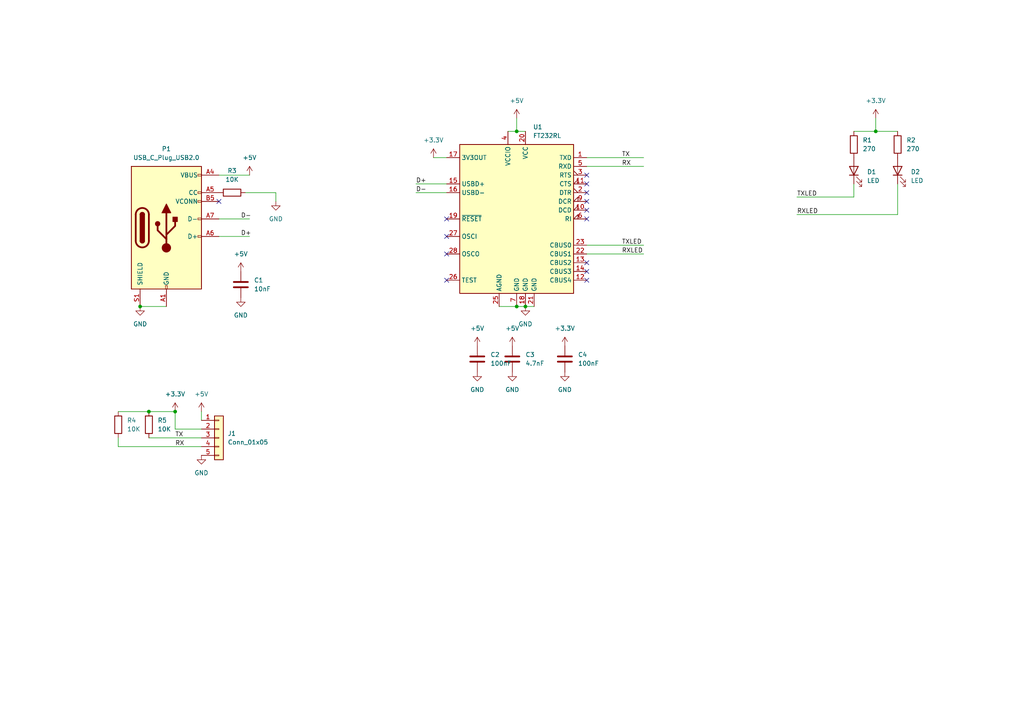
<source format=kicad_sch>
(kicad_sch (version 20230121) (generator eeschema)
  (paper "A4")
  (lib_symbols
    (symbol "Connector:USB_C_Plug_USB2.0" (pin_names (offset 1.016))
      (property "Reference" "P" (at -10.16 19.05 0))
      (property "Value" "USB_C_Plug_USB2.0" (at 12.7 19.05 0))
      (symbol "USB_C_Plug_USB2.0_0_0"
        (rectangle (start -0.254 -17.78) (end 0.254 -16.764))
        (rectangle (start 10.16 -2.286) (end 9.144 -2.794))
        (rectangle (start 10.16 2.794) (end 9.144 2.286))
        (rectangle (start 10.16 7.874) (end 9.144 7.366))
        (rectangle (start 10.16 10.414) (end 9.144 9.906))
        (rectangle (start 10.16 15.494) (end 9.144 14.986))
      )
      (symbol "USB_C_Plug_USB2.0_0_1"
        (rectangle (start -10.16 17.78) (end 10.16 -17.78) (stroke (width 0.254)) (fill (type background)))
        (arc (start -8.89 -3.81) (mid -6.985 -5.7067) (end -5.08 -3.81) (stroke (width 0.508)))
        (arc (start -7.62 -3.81) (mid -6.985 -4.4423) (end -6.35 -3.81) (stroke (width 0.254)))
        (arc (start -7.62 -3.81) (mid -6.985 -4.4423) (end -6.35 -3.81) (stroke (width 0.254)) (fill (type outline)))
        (rectangle (start -7.62 -3.81) (end -6.35 3.81) (stroke (width 0.254)) (fill (type outline)))
        (arc (start -6.35 3.81) (mid -6.985 4.4423) (end -7.62 3.81) (stroke (width 0.254)))
        (arc (start -6.35 3.81) (mid -6.985 4.4423) (end -7.62 3.81) (stroke (width 0.254)) (fill (type outline)))
        (arc (start -5.08 3.81) (mid -6.985 5.7067) (end -8.89 3.81) (stroke (width 0.508)))
        (circle (center -2.54 1.143) (radius 0.635) (stroke (width 0.254)) (fill (type outline)))
        (circle (center 0 -5.842) (radius 1.27) (fill (type outline)))
        (polyline (pts (xy -8.89 -3.81) (xy -8.89 3.81)) (stroke (width 0.508)))
        (polyline (pts (xy -5.08 3.81) (xy -5.08 -3.81)) (stroke (width 0.508)))
        (polyline (pts (xy 0 -5.842) (xy 0 4.318)) (stroke (width 0.508)))
        (polyline (pts (xy 0 -3.302) (xy -2.54 -0.762) (xy -2.54 0.508)) (stroke (width 0.508)))
        (polyline (pts (xy 0 -2.032) (xy 2.54 0.508) (xy 2.54 1.778)) (stroke (width 0.508)))
        (polyline (pts (xy -1.27 4.318) (xy 0 6.858) (xy 1.27 4.318) (xy -1.27 4.318)) (stroke (width 0.254)) (fill (type outline)))
        (rectangle (start 1.905 1.778) (end 3.175 3.048) (stroke (width 0.254)) (fill (type outline)))
      )
      (symbol "USB_C_Plug_USB2.0_1_1"
        (pin passive line (at 0 -22.86 90) (length 5.08) (name "GND") (number "A1"))
        (pin passive line (at 0 -22.86 90) (length 5.08) hide (name "GND") (number "A12"))
        (pin passive line (at 15.24 15.24 180) (length 5.08) (name "VBUS") (number "A4"))
        (pin bidirectional line (at 15.24 10.16 180) (length 5.08) (name "CC") (number "A5"))
        (pin bidirectional line (at 15.24 -2.54 180) (length 5.08) (name "D+") (number "A6"))
        (pin bidirectional line (at 15.24 2.54 180) (length 5.08) (name "D-") (number "A7"))
        (pin passive line (at 15.24 15.24 180) (length 5.08) hide (name "VBUS") (number "A9"))
        (pin passive line (at 0 -22.86 90) (length 5.08) hide (name "GND") (number "B1"))
        (pin passive line (at 0 -22.86 90) (length 5.08) hide (name "GND") (number "B12"))
        (pin passive line (at 15.24 15.24 180) (length 5.08) hide (name "VBUS") (number "B4"))
        (pin bidirectional line (at 15.24 7.62 180) (length 5.08) (name "VCONN") (number "B5"))
        (pin passive line (at 15.24 15.24 180) (length 5.08) hide (name "VBUS") (number "B9"))
        (pin passive line (at -7.62 -22.86 90) (length 5.08) (name "SHIELD") (number "S1"))
      )
    )
    (symbol "Connector_Generic:Conn_01x05" (pin_names (offset 1.016) hide)
      (property "Reference" "J" (at 0 7.62 0))
      (property "Value" "Conn_01x05" (at 0 -7.62 0))
      (symbol "Conn_01x05_1_1"
        (rectangle (start -1.27 -4.953) (end 0 -5.207) (stroke (width 0.1524)))
        (rectangle (start -1.27 -2.413) (end 0 -2.667) (stroke (width 0.1524)))
        (rectangle (start -1.27 0.127) (end 0 -0.127) (stroke (width 0.1524)))
        (rectangle (start -1.27 2.667) (end 0 2.413) (stroke (width 0.1524)))
        (rectangle (start -1.27 5.207) (end 0 4.953) (stroke (width 0.1524)))
        (rectangle (start -1.27 6.35) (end 1.27 -6.35) (stroke (width 0.254)) (fill (type background)))
        (pin passive line (at -5.08 5.08 0) (length 3.81) (name "Pin_1") (number "1"))
        (pin passive line (at -5.08 2.54 0) (length 3.81) (name "Pin_2") (number "2"))
        (pin passive line (at -5.08 0 0) (length 3.81) (name "Pin_3") (number "3"))
        (pin passive line (at -5.08 -2.54 0) (length 3.81) (name "Pin_4") (number "4"))
        (pin passive line (at -5.08 -5.08 0) (length 3.81) (name "Pin_5") (number "5"))
      )
    )
    (symbol "Device:C" (pin_numbers hide) (pin_names (offset 0.254))
      (property "Reference" "C" (at 0.635 2.54 0))
      (property "Value" "C" (at 0.635 -2.54 0))
      (symbol "C_0_1"
        (polyline (pts (xy -2.032 -0.762) (xy 2.032 -0.762)) (stroke (width 0.508)))
        (polyline (pts (xy -2.032 0.762) (xy 2.032 0.762)) (stroke (width 0.508)))
      )
      (symbol "C_1_1"
        (pin passive line (at 0 3.81 270) (length 2.794) (name "~") (number "1"))
        (pin passive line (at 0 -3.81 90) (length 2.794) (name "~") (number "2"))
      )
    )
    (symbol "Device:LED" (pin_numbers hide) (pin_names (offset 1.016) hide)
      (property "Reference" "D" (at 0 2.54 0))
      (property "Value" "LED" (at 0 -2.54 0))
      (symbol "LED_0_1"
        (polyline (pts (xy -1.27 -1.27) (xy -1.27 1.27)) (stroke (width 0.254)))
        (polyline (pts (xy -1.27 0) (xy 1.27 0)))
        (polyline (pts (xy 1.27 -1.27) (xy 1.27 1.27) (xy -1.27 0) (xy 1.27 -1.27)) (stroke (width 0.254)))
        (polyline (pts (xy -3.048 -0.762) (xy -4.572 -2.286) (xy -3.81 -2.286) (xy -4.572 -2.286) (xy -4.572 -1.524)))
        (polyline (pts (xy -1.778 -0.762) (xy -3.302 -2.286) (xy -2.54 -2.286) (xy -3.302 -2.286) (xy -3.302 -1.524)))
      )
      (symbol "LED_1_1"
        (pin passive line (at -3.81 0 0) (length 2.54) (name "K") (number "1"))
        (pin passive line (at 3.81 0 180) (length 2.54) (name "A") (number "2"))
      )
    )
    (symbol "Device:R" (pin_numbers hide) (pin_names (offset 0))
      (property "Reference" "R" (at 2.032 0 90))
      (property "Value" "R" (at 0 0 90))
      (symbol "R_0_1"
        (rectangle (start -1.016 -2.54) (end 1.016 2.54) (stroke (width 0.254)))
      )
      (symbol "R_1_1"
        (pin passive line (at 0 3.81 270) (length 1.27) (name "~") (number "1"))
        (pin passive line (at 0 -3.81 90) (length 1.27) (name "~") (number "2"))
      )
    )
    (symbol "Interface_USB:FT232RL"
      (property "Reference" "U" (at -16.51 22.86 0))
      (property "Value" "FT232RL" (at 10.16 22.86 0))
      (symbol "FT232RL_0_1"
        (rectangle (start -16.51 21.59) (end 16.51 -21.59) (stroke (width 0.254)) (fill (type background)))
      )
      (symbol "FT232RL_1_1"
        (pin output line (at 20.32 17.78 180) (length 3.81) (name "TXD") (number "1"))
        (pin input input_low (at 20.32 2.54 180) (length 3.81) (name "DCD") (number "10"))
        (pin input input_low (at 20.32 10.16 180) (length 3.81) (name "CTS") (number "11"))
        (pin bidirectional line (at 20.32 -17.78 180) (length 3.81) (name "CBUS4") (number "12"))
        (pin bidirectional line (at 20.32 -12.7 180) (length 3.81) (name "CBUS2") (number "13"))
        (pin bidirectional line (at 20.32 -15.24 180) (length 3.81) (name "CBUS3") (number "14"))
        (pin bidirectional line (at -20.32 10.16 0) (length 3.81) (name "USBD+") (number "15"))
        (pin bidirectional line (at -20.32 7.62 0) (length 3.81) (name "USBD-") (number "16"))
        (pin power_out line (at -20.32 17.78 0) (length 3.81) (name "3V3OUT") (number "17"))
        (pin power_in line (at 2.54 -25.4 90) (length 3.81) (name "GND") (number "18"))
        (pin input line (at -20.32 0 0) (length 3.81) (name "~{RESET}") (number "19"))
        (pin output output_low (at 20.32 7.62 180) (length 3.81) (name "DTR") (number "2"))
        (pin power_in line (at 2.54 25.4 270) (length 3.81) (name "VCC") (number "20"))
        (pin power_in line (at 5.08 -25.4 90) (length 3.81) (name "GND") (number "21"))
        (pin bidirectional line (at 20.32 -10.16 180) (length 3.81) (name "CBUS1") (number "22"))
        (pin bidirectional line (at 20.32 -7.62 180) (length 3.81) (name "CBUS0") (number "23"))
        (pin power_in line (at -5.08 -25.4 90) (length 3.81) (name "AGND") (number "25"))
        (pin input line (at -20.32 -17.78 0) (length 3.81) (name "TEST") (number "26"))
        (pin input line (at -20.32 -5.08 0) (length 3.81) (name "OSCI") (number "27"))
        (pin output line (at -20.32 -10.16 0) (length 3.81) (name "OSCO") (number "28"))
        (pin output output_low (at 20.32 12.7 180) (length 3.81) (name "RTS") (number "3"))
        (pin power_in line (at -2.54 25.4 270) (length 3.81) (name "VCCIO") (number "4"))
        (pin input line (at 20.32 15.24 180) (length 3.81) (name "RXD") (number "5"))
        (pin input input_low (at 20.32 0 180) (length 3.81) (name "RI") (number "6"))
        (pin power_in line (at 0 -25.4 90) (length 3.81) (name "GND") (number "7"))
        (pin input input_low (at 20.32 5.08 180) (length 3.81) (name "DCR") (number "9"))
      )
    )
    (symbol "power:+3.3V" (power) (pin_names (offset 0))
      (property "Value" "+3.3V" (at 0 3.556 0))
      (symbol "+3.3V_0_1"
        (polyline (pts (xy -0.762 1.27) (xy 0 2.54)))
        (polyline (pts (xy 0 0) (xy 0 2.54)))
        (polyline (pts (xy 0 2.54) (xy 0.762 1.27)))
      )
      (symbol "+3.3V_1_1"
        (pin power_in line (at 0 0 90) (length 0) hide (name "+3.3V") (number "1"))
      )
    )
    (symbol "power:+5V" (power) (pin_names (offset 0))
      (property "Value" "+5V" (at 0 3.556 0))
      (symbol "+5V_0_1"
        (polyline (pts (xy -0.762 1.27) (xy 0 2.54)))
        (polyline (pts (xy 0 0) (xy 0 2.54)))
        (polyline (pts (xy 0 2.54) (xy 0.762 1.27)))
      )
      (symbol "+5V_1_1"
        (pin power_in line (at 0 0 90) (length 0) hide (name "+5V") (number "1"))
      )
    )
    (symbol "power:GND" (power) (pin_names (offset 0))
      (property "Value" "GND" (at 0 -3.81 0))
      (symbol "GND_0_1"
        (polyline (pts (xy 0 0) (xy 0 -1.27) (xy 1.27 -1.27) (xy 0 -2.54) (xy -1.27 -1.27) (xy 0 -1.27)))
      )
      (symbol "GND_1_1"
        (pin power_in line (at 0 0 270) (length 0) hide (name "GND") (number "1"))
      )
    )
  )
  (junction (at 254 38.1))
  (junction (at 149.86 88.9))
  (junction (at 40.64 88.9))
  (junction (at 43.18 119.38))
  (junction (at 152.4 88.9))
  (junction (at 149.86 38.1))
  (junction (at 50.8 119.38))
  (no_connect (at 170.18 50.8))
  (no_connect (at 129.54 68.58))
  (no_connect (at 170.18 63.5))
  (no_connect (at 170.18 58.42))
  (no_connect (at 170.18 78.74))
  (no_connect (at 170.18 55.88))
  (no_connect (at 129.54 63.5))
  (no_connect (at 129.54 73.66))
  (no_connect (at 170.18 81.28))
  (no_connect (at 63.5 58.42))
  (no_connect (at 129.54 81.28))
  (no_connect (at 170.18 53.34))
  (no_connect (at 170.18 60.96))
  (no_connect (at 170.18 76.2))
  (wire (pts (xy 152.4 88.9) (xy 154.94 88.9)))
  (wire (pts (xy 254 34.29) (xy 254 38.1)))
  (wire (pts (xy 40.64 88.9) (xy 48.26 88.9)))
  (wire (pts (xy 149.86 38.1) (xy 152.4 38.1)))
  (wire (pts (xy 43.18 127) (xy 58.42 127)))
  (wire (pts (xy 149.86 34.29) (xy 149.86 38.1)))
  (wire (pts (xy 120.65 53.34) (xy 129.54 53.34)))
  (wire (pts (xy 170.18 71.12) (xy 186.69 71.12)))
  (wire (pts (xy 231.14 57.15) (xy 247.65 57.15)))
  (wire (pts (xy 254 38.1) (xy 260.35 38.1)))
  (wire (pts (xy 170.18 73.66) (xy 186.69 73.66)))
  (wire (pts (xy 58.42 119.38) (xy 58.42 121.92)))
  (wire (pts (xy 71.12 55.88) (xy 80.01 55.88)))
  (wire (pts (xy 63.5 68.58) (xy 72.39 68.58)))
  (wire (pts (xy 170.18 48.26) (xy 186.69 48.26)))
  (wire (pts (xy 260.35 62.23) (xy 260.35 53.34)))
  (wire (pts (xy 43.18 119.38) (xy 50.8 119.38)))
  (wire (pts (xy 120.65 55.88) (xy 129.54 55.88)))
  (wire (pts (xy 50.8 124.46) (xy 58.42 124.46)))
  (wire (pts (xy 63.5 63.5) (xy 72.39 63.5)))
  (wire (pts (xy 80.01 55.88) (xy 80.01 58.42)))
  (wire (pts (xy 231.14 62.23) (xy 260.35 62.23)))
  (wire (pts (xy 50.8 124.46) (xy 50.8 119.38)))
  (wire (pts (xy 34.29 119.38) (xy 43.18 119.38)))
  (wire (pts (xy 63.5 50.8) (xy 72.39 50.8)))
  (wire (pts (xy 147.32 38.1) (xy 149.86 38.1)))
  (wire (pts (xy 247.65 57.15) (xy 247.65 53.34)))
  (wire (pts (xy 247.65 38.1) (xy 254 38.1)))
  (wire (pts (xy 125.73 45.72) (xy 129.54 45.72)))
  (wire (pts (xy 149.86 88.9) (xy 152.4 88.9)))
  (wire (pts (xy 144.78 88.9) (xy 149.86 88.9)))
  (wire (pts (xy 34.29 127) (xy 34.29 129.54)))
  (wire (pts (xy 170.18 45.72) (xy 186.69 45.72)))
  (wire (pts (xy 34.29 129.54) (xy 58.42 129.54)))
  (label "RX" (at 50.8 129.54 0))
  (label "RX" (at 180.34 48.26 0))
  (label "D-" (at 69.85 63.5 0))
  (label "TX" (at 50.8 127 0))
  (label "D+" (at 69.85 68.58 0))
  (label "D-" (at 120.65 55.88 0))
  (label "TXLED" (at 180.34 71.12 0))
  (label "RXLED" (at 180.34 73.66 0))
  (label "RXLED" (at 231.14 62.23 0))
  (label "TXLED" (at 231.14 57.15 0))
  (label "D+" (at 120.65 53.34 0))
  (label "TX" (at 180.34 45.72 0))
  (symbol (lib_id "Device:R") (at 67.31 55.88 90) (unit 1)
    (property "Reference" "R3" (at 67.31 49.53 90))
    (property "Value" "10K" (at 67.31 52.07 90))
    (property "Footprint" "Resistor_SMD:R_0402_1005Metric_Pad0.72x0.64mm_HandSolder" (effects hide))
  )
  (symbol (lib_id "Interface_USB:FT232RL") (at 149.86 63.5 0) (unit 1)
    (property "Reference" "U1" (at 154.5941 36.83 0) (effects (justify left)))
    (property "Value" "FT232RL" (at 154.5941 39.37 0) (effects (justify left)))
    (property "Footprint" "Package_SO:SSOP-28_5.3x10.2mm_P0.65mm" (effects hide))
    (property "Datasheet" "https://www.ftdichip.com/Support/Documents/DataSheets/ICs/DS_FT232R.pdf" (effects hide))
  )
  (symbol (lib_id "Device:C") (at 69.85 82.55 0) (unit 1)
    (property "Reference" "C1" (at 73.66 81.28 0) (effects (justify left)))
    (property "Value" "10nF" (at 73.66 83.82 0) (effects (justify left)))
    (property "Footprint" "Capacitor_SMD:C_0402_1005Metric_Pad0.74x0.62mm_HandSolder" (effects hide))
  )
  (symbol (lib_id "power:GND") (at 138.43 107.95 0) (unit 1)
    (property "Reference" "#PWR010" (effects hide))
    (property "Value" "GND" (at 138.43 113.03 0))
  )
  (symbol (lib_id "power:+3.3V") (at 254 34.29 0) (unit 1)
    (property "Reference" "#PWR05" (effects hide))
    (property "Value" "+3.3V" (at 254 29.21 0))
  )
  (symbol (lib_id "Device:C") (at 138.43 104.14 0) (unit 1)
    (property "Reference" "C2" (at 142.24 102.87 0) (effects (justify left)))
    (property "Value" "100nF" (at 142.24 105.41 0) (effects (justify left)))
    (property "Footprint" "Capacitor_SMD:C_0402_1005Metric_Pad0.74x0.62mm_HandSolder" (effects hide))
  )
  (symbol (lib_id "power:GND") (at 69.85 86.36 0) (unit 1)
    (property "Reference" "#PWR09" (effects hide))
    (property "Value" "GND" (at 69.85 91.44 0))
  )
  (symbol (lib_id "power:GND") (at 58.42 132.08 0) (unit 1)
    (property "Reference" "#PWR016" (effects hide))
    (property "Value" "GND" (at 58.42 137.16 0))
  )
  (symbol (lib_id "Device:R") (at 43.18 123.19 0) (unit 1)
    (property "Reference" "R5" (at 45.72 121.92 0) (effects (justify left)))
    (property "Value" "10K" (at 45.72 124.46 0) (effects (justify left)))
    (property "Footprint" "Resistor_SMD:R_0402_1005Metric_Pad0.72x0.64mm_HandSolder" (effects hide))
  )
  (symbol (lib_id "power:+5V") (at 148.59 100.33 0) (unit 1)
    (property "Reference" "#PWR013" (effects hide))
    (property "Value" "+5V" (at 148.59 95.25 0))
  )
  (symbol (lib_id "Connector_Generic:Conn_01x05") (at 63.5 127 0) (unit 1)
    (property "Reference" "J1" (at 66.04 125.73 0) (effects (justify left)))
    (property "Value" "Conn_01x05" (at 66.04 128.27 0) (effects (justify left)))
    (property "Footprint" "Connector_PinHeader_2.54mm:PinHeader_1x05_P2.54mm_Horizontal" (effects hide))
  )
  (symbol (lib_id "power:+5V") (at 58.42 119.38 0) (unit 1)
    (property "Reference" "#PWR017" (effects hide))
    (property "Value" "+5V" (at 58.42 114.3 0))
  )
  (symbol (lib_id "power:+3.3V") (at 163.83 100.33 0) (unit 1)
    (property "Reference" "#PWR014" (effects hide))
    (property "Value" "+3.3V" (at 163.83 95.25 0))
  )
  (symbol (lib_id "Device:LED") (at 260.35 49.53 90) (unit 1)
    (property "Reference" "D2" (at 264.16 49.8475 90) (effects (justify right)))
    (property "Value" "LED" (at 264.16 52.3875 90) (effects (justify right)))
    (property "Footprint" "LED_SMD:LED_0402_1005Metric_Pad0.77x0.64mm_HandSolder" (effects hide))
  )
  (symbol (lib_id "Device:LED") (at 247.65 49.53 90) (unit 1)
    (property "Reference" "D1" (at 251.46 49.8475 90) (effects (justify right)))
    (property "Value" "LED" (at 251.46 52.3875 90) (effects (justify right)))
    (property "Footprint" "LED_SMD:LED_0402_1005Metric_Pad0.77x0.64mm_HandSolder" (effects hide))
  )
  (symbol (lib_id "Device:R") (at 247.65 41.91 0) (unit 1)
    (property "Reference" "R1" (at 250.19 40.64 0) (effects (justify left)))
    (property "Value" "270" (at 250.19 43.18 0) (effects (justify left)))
    (property "Footprint" "Resistor_SMD:R_0402_1005Metric_Pad0.72x0.64mm_HandSolder" (effects hide))
  )
  (symbol (lib_id "power:GND") (at 152.4 88.9 0) (unit 1)
    (property "Reference" "#PWR03" (effects hide))
    (property "Value" "GND" (at 152.4 93.98 0))
  )
  (symbol (lib_id "power:+3.3V") (at 50.8 119.38 0) (unit 1)
    (property "Reference" "#PWR018" (effects hide))
    (property "Value" "+3.3V" (at 50.8 114.3 0))
  )
  (symbol (lib_id "power:GND") (at 80.01 58.42 0) (unit 1)
    (property "Reference" "#PWR07" (effects hide))
    (property "Value" "GND" (at 80.01 63.5 0))
  )
  (symbol (lib_id "power:GND") (at 163.83 107.95 0) (unit 1)
    (property "Reference" "#PWR015" (effects hide))
    (property "Value" "GND" (at 163.83 113.03 0))
  )
  (symbol (lib_id "Device:R") (at 260.35 41.91 0) (unit 1)
    (property "Reference" "R2" (at 262.89 40.64 0) (effects (justify left)))
    (property "Value" "270" (at 262.89 43.18 0) (effects (justify left)))
    (property "Footprint" "Resistor_SMD:R_0402_1005Metric_Pad0.72x0.64mm_HandSolder" (effects hide))
  )
  (symbol (lib_id "power:GND") (at 40.64 88.9 0) (unit 1)
    (property "Reference" "#PWR02" (effects hide))
    (property "Value" "GND" (at 40.64 93.98 0))
  )
  (symbol (lib_id "power:+5V") (at 149.86 34.29 0) (unit 1)
    (property "Reference" "#PWR06" (effects hide))
    (property "Value" "+5V" (at 149.86 29.21 0))
  )
  (symbol (lib_id "power:+3.3V") (at 125.73 45.72 0) (unit 1)
    (property "Reference" "#PWR04" (effects hide))
    (property "Value" "+3.3V" (at 125.73 40.64 0))
  )
  (symbol (lib_id "power:+5V") (at 69.85 78.74 0) (unit 1)
    (property "Reference" "#PWR08" (effects hide))
    (property "Value" "+5V" (at 69.85 73.66 0))
  )
  (symbol (lib_id "Connector:USB_C_Plug_USB2.0") (at 48.26 66.04 0) (unit 1)
    (property "Reference" "P1" (at 48.26 43.18 0))
    (property "Value" "USB_C_Plug_USB2.0" (at 48.26 45.72 0))
    (property "Footprint" "Connector_USB:USB_C_Receptacle_GCT_USB4105-xx-A_16P_TopMnt_Horizontal" (effects hide))
    (property "Datasheet" "https://www.usb.org/sites/default/files/documents/usb_type-c.zip" (effects hide))
    (property "JLCPCB" "USB-TYPE-C-018 C2927038" (effects hide))
  )
  (symbol (lib_id "Device:R") (at 34.29 123.19 0) (unit 1)
    (property "Reference" "R4" (at 36.83 121.92 0) (effects (justify left)))
    (property "Value" "10K" (at 36.83 124.46 0) (effects (justify left)))
    (property "Footprint" "Resistor_SMD:R_0402_1005Metric_Pad0.72x0.64mm_HandSolder" (effects hide))
  )
  (symbol (lib_id "Device:C") (at 148.59 104.14 0) (unit 1)
    (property "Reference" "C3" (at 152.4 102.87 0) (effects (justify left)))
    (property "Value" "4.7nF" (at 152.4 105.41 0) (effects (justify left)))
    (property "Footprint" "Capacitor_SMD:C_0402_1005Metric_Pad0.74x0.62mm_HandSolder" (effects hide))
  )
  (symbol (lib_id "power:GND") (at 148.59 107.95 0) (unit 1)
    (property "Reference" "#PWR011" (effects hide))
    (property "Value" "GND" (at 148.59 113.03 0))
  )
  (symbol (lib_id "Device:C") (at 163.83 104.14 0) (unit 1)
    (property "Reference" "C4" (at 167.64 102.87 0) (effects (justify left)))
    (property "Value" "100nF" (at 167.64 105.41 0) (effects (justify left)))
    (property "Footprint" "Capacitor_SMD:C_0402_1005Metric_Pad0.74x0.62mm_HandSolder" (effects hide))
  )
  (symbol (lib_id "power:+5V") (at 138.43 100.33 0) (unit 1)
    (property "Reference" "#PWR012" (effects hide))
    (property "Value" "+5V" (at 138.43 95.25 0))
  )
  (symbol (lib_id "power:+5V") (at 72.39 50.8 0) (unit 1)
    (property "Reference" "#PWR01" (effects hide))
    (property "Value" "+5V" (at 72.39 45.72 0))
  )
)
</source>
